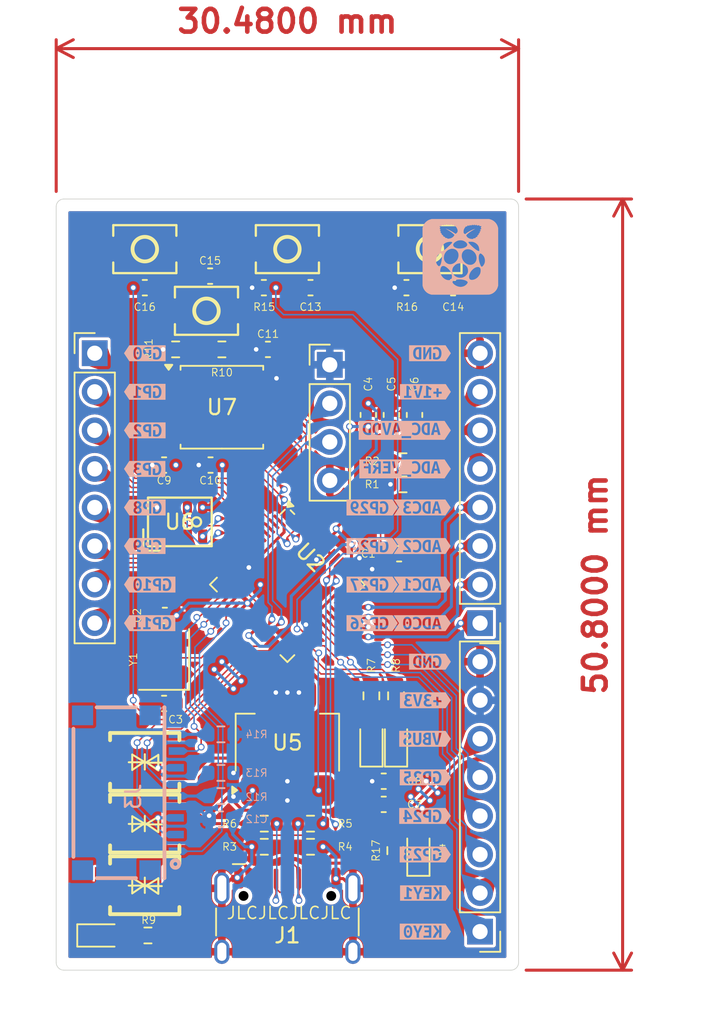
<source format=kicad_pcb>
(kicad_pcb (version 20240108) (generator "pcbnew") (generator_version "8.0")
  (layers (0 "F.Cu" signal) (31 "B.Cu" signal) (34 "B.Paste" user) (35 "F.Paste" user) (36 "B.SilkS" user "B.Silkscreen") (37 "F.SilkS" user "F.Silkscreen") (38 "B.Mask" user) (39 "F.Mask" user) (44 "Edge.Cuts" user))
  (net 0 "")
  (net 1 "/ADC_AVDD")
  (net 2 "GND")
  (net 3 "Net-(U2-XIN)")
  (net 4 "Net-(U2-XOUT)")
  (net 5 "+1V1")
  (net 6 "VBUS")
  (net 7 "+3V3")
  (net 8 "/KEY0")
  (net 9 "/KEY1")
  (net 10 "/~{USB_BOOT}")
  (net 11 "/RUN")
  (net 12 "Net-(D1-A)")
  (net 13 "Net-(D2-A)")
  (net 14 "Net-(D3-A)")
  (net 15 "Net-(D4-A)")
  (net 16 "Net-(J1-D+-PadA6)")
  (net 17 "Net-(J1-D--PadA7)")
  (net 18 "Net-(J1-CC2)")
  (net 19 "Net-(J1-CC1)")
  (net 20 "/SWD")
  (net 21 "/SWCLK")
  (net 22 "/SD_DAT3")
  (net 23 "/SD_CMD")
  (net 24 "/SD_DAT1")
  (net 25 "/SD_CLK")
  (net 26 "/SD_DAT0")
  (net 27 "/SD_DAT4")
  (net 28 "/GPIO9")
  (net 29 "/GPIO11")
  (net 30 "/GPIO10")
  (net 31 "/GPIO3")
  (net 32 "/GPIO8")
  (net 33 "/GPIO2")
  (net 34 "/GPIO1")
  (net 35 "/GPIO0")
  (net 36 "/GPIO23")
  (net 37 "/GPIO25")
  (net 38 "/GPIO24")
  (net 39 "/ADC_VERF")
  (net 40 "/ADC0")
  (net 41 "/ADC2")
  (net 42 "/ADC1")
  (net 43 "/ADC3")
  (net 44 "/DP")
  (net 45 "/DM")
  (net 46 "/LED0")
  (net 47 "/LED1")
  (net 48 "/QSPI_SS")
  (net 49 "/QSPI_SD3")
  (net 50 "/I2S_SD")
  (net 51 "/I2S_SCK")
  (net 52 "/QSPI_SCLK")
  (net 53 "/QSPI_SD0")
  (net 54 "/QSPI_SD1")
  (net 55 "/I2S_CHIPEN")
  (net 56 "/QSPI_SD2")
  (net 57 "/I2S_WS")
  (footprint "LED_SMD:LED_0603_1608Metric_Pad1.05x0.95mm_HandSolder" (layer "F.Cu") (at 145.889 102.66963 90)
    (property "Reference" "D1" (hide yes))
    (property "Value" "LED")
  )
  (footprint "Connector_PinHeader_2.54mm:PinHeader_1x08_P2.54mm_Vertical" (layer "F.Cu") (at 153.051 94.88063 180)
    (property "Reference" "J6" (hide yes))
    (property "Value" "Conn_01x08_Pin")
  )
  (footprint "easyeda2kicad:SMB_L4.5-W3.6-LS5.2-BI" (layer "F.Cu") (at 130.953 108.08863 180)
    (property "Reference" "U3" (hide yes))
    (property "Value" "SMBJ5.0CA")
  )
  (footprint "Capacitor_SMD:C_0603_1608Metric" (layer "F.Cu") (at 132.223 100.17263)
    (property "Reference" "C3")
    (property "Value" "12pf")
  )
  (footprint "Capacitor_SMD:C_0603_1608Metric" (layer "F.Cu") (at 141.875 72.78263)
    (property "Reference" "C13")
    (property "Value" "100nf")
  )
  (footprint "Capacitor_SMD:C_0603_1608Metric" (layer "F.Cu") (at 132.223 84.46663)
    (property "Reference" "C9")
    (property "Value" "0.1uf")
  )
  (footprint "Resistor_SMD:R_0603_1608Metric" (layer "F.Cu") (at 138.827 108.08863 180)
    (property "Reference" "R6")
    (property "Value" "27ohm")
  )
  (footprint "Package_DFN_QFN:QFN-56-1EP_7x7mm_P0.4mm_EP3.2x3.2mm" (layer "F.Cu") (at 140.351 92.34063)
    (property "Reference" "U2")
    (property "Value" "RP2040")
  )
  (footprint "Package_SO:SOIC-8_5.23x5.23mm_P1.27mm" (layer "F.Cu") (at 136.033 80.65663)
    (property "Reference" "U7")
    (property "Value" "W25Q128JVS")
  )
  (footprint "easyeda2kicad:SW-SMD_L4.0-W2.9-LS5.0" (layer "F.Cu") (at 130.953 70.24263 180)
    (property "Reference" "RUN1" (hide yes))
    (property "Value" "TS342A2P-WZ")
  )
  (footprint "Resistor_SMD:R_0603_1608Metric" (layer "F.Cu") (at 141.875 108.08863)
    (property "Reference" "R5")
    (property "Value" "27ohm")
  )
  (footprint "Crystal:Crystal_SMD_3225-4Pin_3.2x2.5mm" (layer "F.Cu") (at 132.223 97.27263 90)
    (property "Reference" "Y1")
    (property "Value" "12M")
  )
  (footprint "Capacitor_SMD:C_0603_1608Metric" (layer "F.Cu") (at 132.273 94.37263 180)
    (property "Reference" "C2")
    (property "Value" "12pf")
  )
  (footprint "Capacitor_SMD:C_0603_1608Metric" (layer "F.Cu") (at 139.068 76.84663)
    (property "Reference" "C11")
    (property "Value" "0.1uf")
  )
  (footprint "Resistor_SMD:R_0603_1608Metric" (layer "F.Cu") (at 147.513 99.66963 -90)
    (property "Reference" "R8")
    (property "Value" "512ohm")
  )
  (footprint "Capacitor_SMD:C_0603_1608Metric" (layer "F.Cu") (at 148.199 72.78263)
    (property "Reference" "R16")
    (property "Value" "10kohm")
  )
  (footprint "easyeda2kicad:SW-SMD_L4.0-W2.9-LS5.0" (layer "F.Cu") (at 149.749 70.24263)
    (property "Reference" "START1" (hide yes))
    (property "Value" "TS342A2P-WZ")
  )
  (footprint "Resistor_SMD:R_0603_1608Metric" (layer "F.Cu") (at 145.889 99.66963 -90)
    (property "Reference" "R7")
    (property "Value" "512ohm")
  )
  (footprint "easyeda2kicad:SMB_L4.5-W3.6-LS5.2-BI" (layer "F.Cu") (at 130.953 104.02463 180)
    (property "Reference" "U1" (hide yes))
    (property "Value" "SMBJ5.0CA")
  )
  (footprint "Resistor_SMD:R_0603_1608Metric" (layer "F.Cu") (at 147.971 85.73663)
    (property "Reference" "R1")
    (property "Value" "200ohm")
  )
  (footprint "easyeda2kicad:LGA-8_L4.0-W3.0-P1.00-BL" (layer "F.Cu") (at 133.263 88.21063)
    (property "Reference" "U6")
    (property "Value" "MSM261S4030H0R")
  )
  (footprint "Resistor_SMD:R_0603_1608Metric" (layer "F.Cu") (at 136.033 76.84663 180)
    (property "Reference" "R10")
    (property "Value" "1.5kohm")
  )
  (footprint "Capacitor_SMD:C_0603_1608Metric" (layer "F.Cu") (at 146.701 105.29463)
    (property "Reference" "C8")
    (property "Value" "0.1uf")
  )
  (footprint "Capacitor_SMD:C_0603_1608Metric" (layer "F.Cu") (at 148.733 81.16463 90)
    (property "Reference" "C6")
    (property "Value" "0.1uf")
  )
  (footprint "easyeda2kicad:SW-SMD_L4.0-W2.9-LS5.0" (layer "F.Cu") (at 135.017 74.30663)
    (property "Reference" "BOOT1" (hide yes))
    (property "Value" "TS342A2P-WZ")
  )
  (footprint "LED_SMD:LED_0603_1608Metric_Pad1.05x0.95mm_HandSolder" (layer "F.Cu") (at 128.159 115.45463)
    (property "Reference" "D3" (hide yes))
    (property "Value" "LED")
  )
  (footprint "Capacitor_SMD:C_0603_1608Metric" (layer "F.Cu") (at 138.801 72.78263)
    (property "Reference" "R15")
    (property "Value" "10kohm")
  )
  (footprint "Capacitor_SMD:C_0603_1608Metric" (layer "F.Cu") (at 151.273 72.78263)
    (property "Reference" "C14")
    (property "Value" "100nf")
  )
  (footprint "Capacitor_SMD:C_0603_1608Metric" (layer "F.Cu") (at 147.209 81.16463 90)
    (property "Reference" "C5")
    (property "Value" "0.1uf")
  )
  (footprint "Connector_USB:USB_C_Receptacle_HCTL_HC-TYPE-C-16P-01A" (layer "F.Cu") (at 140.351 115.45463)
    (property "Reference" "J1")
    (property "Value" "USB_C_Receptacle_USB2.0_16P")
  )
  (footprint "Connector_PinHeader_2.54mm:PinHeader_1x04_P2.54mm_Vertical" (layer "F.Cu") (at 143.145 77.86263)
    (property "Reference" "J2" (hide yes))
    (property "Value" "Conn_01x04_Pin")
  )
  (footprint "easyeda2kicad:SMB_L4.5-W3.6-LS5.2-BI" (layer "F.Cu") (at 130.953 112.15263 180)
    (property "Reference" "U4" (hide yes))
    (property "Value" "SMBJ5.0CA")
  )
  (footprint "Capacitor_SMD:C_0603_1608Metric" (layer "F.Cu") (at 130.953 72.783964 180)
    (property "Reference" "C16")
    (property "Value" "100nf")
  )
  (footprint "Connector_PinHeader_2.54mm:PinHeader_1x08_P2.54mm_Vertical" (layer "F.Cu") (at 127.651 77.10063)
    (property "Reference" "J4" (hide yes))
    (property "Value" "Conn_01x08_Pin")
  )
  (footprint "Capacitor_SMD:C_0603_1608Metric" (layer "F.Cu") (at 135.258 72.02063)
    (property "Reference" "C15")
    (property "Value" "100nf")
  )
  (footprint "Capacitor_SMD:C_0603_1608Metric" (layer "F.Cu") (at 147.717 90.30863)
    (property "Reference" "C1")
    (property "Value" "2.2uf")
  )
  (footprint "Resistor_SMD:R_0603_1608Metric" (layer "F.Cu") (at 147.463 109.86663 90)
    (property "Reference" "R17")
    (property "Value" "512ohm")
  )
  (footprint "Capacitor_SMD:C_0603_1608Metric" (layer "F.Cu") (at 145.685 81.16463 90)
    (property "Reference" "C4")
    (property "Value" "2.2uf")
  )
  (footprint "Resistor_SMD:R_0603_1608Metric" (layer "F.Cu") (at 138.827 109.61263 180)
    (property "Reference" "R3")
    (property "Value" "5.1kohm")
  )
  (footprint "Resistor_SMD:R_0603_1608Metric" (layer "F.Cu") (at 141.875 109.61263)
    (property "Reference" "R4")
    (property "Value" "5.1kohm")
  )
  (footprint "Capacitor_SMD:C_0603_1608Metric" (layer "F.Cu") (at 146.701 106.81863)
    (property "Reference" "C7")
    (property "Value" "0.1uf")
  )
  (footprint "LED_SMD:LED_0603_1608Metric_Pad1.05x0.95mm_HandSolder" (layer "F.Cu") (at 148.987 109.86663 90)
    (property "Reference" "D4")
    (property "Value" "LED")
  )
  (footprint "Capacitor_SMD:C_0603_1608Metric" (layer "F.Cu") (at 135.284 84.46663)
    (property "Reference" "C10")
    (property "Value" "10uf")
  )
  (footprint "Resistor_SMD:R_0603_1608Metric" (layer "F.Cu") (at 132.985 76.84663)
    (property "Reference" "R11")
    (property "Value" "1.5kohm")
  )
  (footprint "Package_TO_SOT_SMD:SOT-223-3_TabPin2" (layer "F.Cu") (at 140.351 102.75463 90)
    (property "Reference" "U5")
    (property "Value" "AMS1117-3.3")
  )
  (footprint "easyeda2kicad:SW-SMD_L4.0-W2.9-LS5.0" (layer "F.Cu") (at 140.351 70.24263)
    (property "Reference" "STOP1" (hide yes))
    (property "Value" "TS342A2P-WZ")
  )
  (footprint "Connector_PinHeader_2.54mm:PinHeader_1x08_P2.54mm_Vertical" (layer "F.Cu") (at 153.051 115.20063 180)
    (property "Reference" "J5" (hide yes))
    (property "Value" "Conn_01x08_Pin")
  )
  (footprint "Resistor_SMD:R_0603_1608Metric" (layer "F.Cu") (at 147.971 84.21263 180)
    (property "Reference" "R2")
    (property "Value" "1ohm")
  )
  (footprint "LED_SMD:LED_0603_1608Metric_Pad1.05x0.95mm_HandSolder" (layer "F.Cu") (at 147.513 102.66963 90)
    (property "Reference" "D2" (hide yes))
    (property "Value" "LED")
  )
  (footprint "Resistor_SMD:R_0603_1608Metric" (layer "F.Cu") (at 131.159 115.45463 180)
    (property "Reference" "R9")
    (property "Value" "512ohm")
  )
  (footprint "kibuzzard-66D863B6" (layer "B.Cu") (at 131.276101 92.34063 180)
    (property "Reference" "kibuzzard-66D863B6" (hide yes))
    (property "Value" "G***" (hide yes))
  )
  (footprint "kibuzzard-66D865A1" (layer "B.Cu") (at 145.939 87.26063 180)
    (property "Reference" "kibuzzard-66D865A1" (hide yes))
    (property "Value" "G***" (hide yes))
  )
  (footprint "kibuzzard-66D86392" (layer "B.Cu") (at 130.951061 82.18063 180)
    (property "Reference" "kibuzzard-66D86392" (hide yes))
    (property "Value" "G***" (hide yes))
  )
  (footprint "kibuzzard-66D86311" (layer "B.Cu") (at 149.749 77.10063 180)
    (property "Reference" "kibuzzard-66D86311" (hide yes))
    (property "Value" "G***" (hide yes))
  )
  (footprint "kibuzzard-66D86450" (layer "B.Cu") (at 149.425252 102.50063 180)
    (property "Reference" "kibuzzard-66D86450" (hide yes))
    (property "Value" "G***" (hide yes))
  )
  (footprint "kibuzzard-66D862BB" (layer "B.Cu") (at 130.953 77.10063 180)
    (property "Reference" "kibuzzard-66D862BB" (hide yes))
    (property "Value" "G***" (hide yes))
  )
  (footprint "kibuzzard-66D86398" (layer "B.Cu") (at 130.943953 84.72063 180)
    (property "Reference" "kibuzzard-66D86398" (hide yes))
    (property "Value" "G***" (hide yes))
  )
  (footprint "kibuzzard-66D863A8" (layer "B.Cu") (at 130.951923 87.26063 180)
    (property "Reference" "kibuzzard-66D863A8" (hide yes))
    (property "Value" "G***" (hide yes))
  )
  (footprint "Resistor_SMD:R_0603_1608Metric" (layer "B.Cu") (at 135.97 106.27063 180)
    (property "Reference" "R12")
    (property "Value" "10k")
  )
  (footprint "Capacitor_SMD:C_0603_1608Metric" (layer "B.Cu") (at 135.97 107.79463)
    (property "Reference" "C12")
    (property "Value" "10uf")
  )
  (footprint "kibuzzard-66D86417" (layer "B.Cu") (at 148.109151 84.72063 180)
    (property "Reference" "kibuzzard-66D86417" (hide yes))
    (property "Value" "G***" (hide yes))
  )
  (footprint "kibuzzard-66D8650E" (layer "B.Cu") (at 149.241 89.80063 180)
    (property "Reference" "kibuzzard-66D8650E" (hide yes))
    (property "Value" "G***" (hide yes))
  )
  (footprint "kibuzzard-66D86595" (layer "B.Cu") (at 145.939 89.80063 180)
    (property "Reference" "kibuzzard-66D86595" (hide yes))
    (property "Value" "G***" (hide yes))
  )
  (footprint "kibuzzard-66D86401" (layer "B.Cu") (at 148.089118 82.18063 180)
    (property "Reference" "kibuzzard-66D86401" (hide yes))
    (property "Value" "G***" (hide yes))
  )
  (footprint "LOGO" (layer "B.Cu") (at 151.781 70.75063 90)
    (property "Reference" "G***" (hide yes))
    (property "Value" "LOGO" (hide yes))
  )
  (footprint "kibuzzard-66D86448" (layer "B.Cu") (at 149.448515 99.96063 180)
    (property "Reference" "kibuzzard-66D86448" (hide yes))
    (property "Value" "G***" (hide yes))
  )
  (footprint "kibuzzard-66D86461" (layer "B.Cu") (at 149.440115 110.12063 180)
    (property "Reference" "kibuzzard-66D86461" (hide yes))
    (property "Value" "G***" (hide yes))
  )
  (footprint "kibuzzard-66D863EF" (layer "B.Cu") (at 149.449161 79.64063 180)
    (property "Reference" "kibuzzard-66D863EF" (hide yes))
    (property "Value" "G***" (hide yes))
  )
  (footprint "kibuzzard-66D86547" (layer "B.Cu") (at 145.939 94.88063 180)
    (property "Reference" "kibuzzard-66D86547" (hide yes))
    (property "Value" "G***" (hide yes))
  )
  (footprint "easyeda2kicad:TF-SMD_TF-123-ARP9H15" (layer "B.Cu") (at 129.937 106.05663 -90)
    (property "Reference" "J3")
    (property "Value" "SD_Card_Device")
  )
  (footprint "Resistor_SMD:R_0603_1608Metric" (layer "B.Cu") (at 135.97 102.20663 180)
    (property "Reference" "R14")
    (property "Value" "10k")
  )
  (footprint "kibuzzard-66D8645B" (layer "B.Cu") (at 149.424606 107.58063 180)
    (property "Reference" "kibuzzard-66D8645B" (hide yes))
    (property "Value" "G***" (hide yes))
  )
  (footprint "kibuzzard-66D86311" (layer "B.Cu") (at 149.749 97.42063 180)
    (property "Reference" "kibuzzard-66D86311" (hide yes))
    (property "Value" "G***" (hide yes))
  )
  (footprint "kibuzzard-66D863AE" (layer "B.Cu") (at 130.948261 89.80063 180)
    (property "Reference" "kibuzzard-66D863AE" (hide yes))
    (property "Value" "G***" (hide yes))
  )
  (footprint "kibuzzard-66D86585" (layer "B.Cu") (at 145.939 92.34063 180)
    (property "Reference" "kibuzzard-66D86585" (hide yes))
    (property "Value" "G***" (hide yes))
  )
  (footprint "kibuzzard-66D8651F" (layer "B.Cu") (at 149.241 94.88063 180)
    (property "Reference" "kibuzzard-66D8651F" (hide yes))
    (property "Value" "G***" (hide yes))
  )
  (footprint "kibuzzard-66D86466" (layer "B.Cu") (at 149.452392 112.66063 180)
    (property "Reference" "kibuzzard-66D86466" (hide yes))
    (property "Value" "G***" (hide yes))
  )
  (footprint "kibuzzard-66D863CD" (layer "B.Cu") (at 131.272224 94.88063 180)
    (property "Reference" "kibuzzard-66D863CD" (hide yes))
    (property "Value" "G***" (hide yes))
  )
  (footprint "kibuzzard-66D864FE" (layer "B.Cu") (at 149.241 87.26063 180)
    (property "Reference" "kibuzzard-66D864FE" (hide yes))
    (property "Value" "G***" (hide yes))
  )
  (footprint "kibuzzard-66D86456" (layer "B.Cu") (at 149.442699 105.04063 180)
    (property "Reference" "kibuzzard-66D86456" (hide yes))
    (property "Value" "G***" (hide yes))
  )
  (footprint "Resistor_SMD:R_0603_1608Metric" (layer "B.Cu") (at 135.97 104.74663)
    (property "Reference" "R13")
    (property "Value" "NC")
  )
  (footprint "kibuzzard-66D8638E" (layer "B.Cu") (at 130.949122 79.64063 180)
    (property "Reference" "kibuzzard-66D8638E" (hide yes))
    (property "Value" "G***" (hide yes))
  )
  (footprint "kibuzzard-66D8646D" (layer "B.Cu") (at 149.442699 115.20063 180)
    (property "Reference" "kibuzzard-66D8646D" (hide yes))
    (property "Value" "G***" (hide yes))
  )
  (footprint "kibuzzard-66D86516" (layer "B.Cu") (at 149.241 92.34063 180)
    (property "Reference" "kibuzzard-66D86516" (hide yes))
    (property "Value" "G***" (hide yes))
  )
  (gr_line (start 125.111 117.23263) (end 125.111 67.44863) (stroke (width 0.05)) (layer "Edge.Cuts"))
  (gr_arc (start 155.083 66.94063) (mid 155.4422 67.089422) (end 155.591 67.44863) (stroke (width 0.05)) (layer "Edge.Cuts"))
  (gr_line (start 155.591 67.44863) (end 155.591 117.23263) (stroke (width 0.05)) (layer "Edge.Cuts"))
  (gr_arc (start 125.619 117.74063) (mid 125.259779 117.591842) (end 125.111 117.23263) (stroke (width 0.05)) (layer "Edge.Cuts"))
  (gr_line (start 125.619 66.94063) (end 155.083 66.94063) (stroke (width 0.05)) (layer "Edge.Cuts"))
  (gr_arc (start 155.591 117.23263) (mid 155.4422 117.591821) (end 155.083 117.74063) (stroke (width 0.05)) (layer "Edge.Cuts"))
  (gr_line (start 155.083 117.74063) (end 125.619 117.74063) (stroke (width 0.05)) (layer "Edge.Cuts"))
  (gr_arc (start 125.111 67.44863) (mid 125.259779 67.0894) (end 125.619 66.94063) (stroke (width 0.05)) (layer "Edge.Cuts"))
  (gr_text "JLCJLCJLCJLC" (at 136.287 114.43863 0) (layer "F.SilkS") (effects (font (size 0.8 0.8) (thickness 0.1)) (justify left bottom)))
  (dimension (type aligned) (layer "F.Cu") (pts (xy 155.591 66.94063) (xy 125.111 66.94063)) (height 9.906) (gr_text "30.4800 mm" (at 140.351 55.23463 0) (layer "F.Cu") (effects (font (size 1.5 1.5) (thickness 0.3)))) (format (prefix "") (suffix "") (units 3) (units_format 1) (precision 4)) (style (thickness 0.2) (arrow_length 1.27) (text_position_mode 0) (extension_height 0.58642) (extension_offset 0.5) keep_text_aligned))
  (dimension (type aligned) (layer "F.Cu") (pts (xy 155.591 66.94063) (xy 155.591 117.74063)) (height -6.858) (gr_text "50.8000 mm" (at 160.649 92.34063 90) (layer "F.Cu") (effects (font (size 1.5 1.5) (thickness 0.3)))) (format (prefix "") (suffix "") (units 3) (units_format 1) (precision 4)) (style (thickness 0.2) (arrow_length 1.27) (text_position_mode 0) (extension_height 0.58642) (extension_offset 0.5) keep_text_aligned))
  (segment (start 147.146 84.21263) (end 147.679062 84.21263) (width 0.1) (layer "F.Cu") (net 1))
  (segment (start 146.942 90.30863) (end 146.059956 90.30863) (width 0.1) (layer "F.Cu") (net 1))
  (segment (start 152.797 82.43463) (end 153.051 82.18063) (width 0.1) (layer "F.Cu") (net 1))
  (segment (start 149.457062 82.43463) (end 152.797 82.43463) (width 0.1) (layer "F.Cu") (net 1))
  (segment (start 146.059956 90.30863) (end 144.620157 91.748429) (width 0.1) (layer "F.Cu") (net 1))
  (segment (start 147.679062 84.21263) (end 149.457062 82.43463) (width 0.1) (layer "F.Cu") (net 1))
  (segment (start 146.942 90.30863) (end 146.496 89.86263) (width 0.1) (layer "F.Cu") (net 1))
  (segment (start 146.496 84.86263) (end 147.146 84.21263) (width 0.1) (layer "F.Cu") (net 1))
  (segment (start 146.496 89.86263) (end 146.496 84.86263) (width 0.1) (layer "F.Cu") (net 1))
  (segment (start 137.049 111.64463) (end 136.984 111.70963) (width 0.2) (layer "F.Cu") (net 2))
  (segment (start 144.031 111.70963) (end 144.671 112.34963) (width 0.2) (layer "F.Cu") (net 2))
  (segment (start 137.715265 93.562151) (end 137.213214 94.064202) (width 0.2) (layer "F.Cu") (net 2))
  (segment (start 136.059 84.46663) (end 135.159 83.56663) (width 0.2) (layer "F.Cu") (net 2))
  (segment (start 144.671 112.34963) (end 144.671 116.52963) (width 0.2) (layer "F.Cu") (net 2))
  (segment (start 136.031 112.34963) (end 136.031 116.52963) (width 0.2) (layer "F.Cu") (net 2))
  (segment (start 144.671 116.52963) (end 136.031 116.52963) (width 0.2) (layer "F.Cu") (net 2))
  (segment (start 133.073 94.39763) (end 133.048 94.37263) (width 0.2) (layer "F.Cu") (net 2))
  (segment (start 135.159 83.56663) (end 133.898 83.56663) (width 0.2) (layer "F.Cu") (net 2))
  (segment (start 137.049 111.64463) (end 137.114 111.70963) (width 0.2) (layer "F.Cu") (net 2))
  (segment (start 131.448 100.17263) (end 131.448 98.44763) (width 0.2) (layer "F.Cu") (net 2))
  (segment (start 131.448 98.44763) (end 131.373 98.37263) (width 0.2) (layer "F.Cu") (net 2))
  (segment (start 133.898 83.56663) (end 132.998 84.46663) (width 0.2) (layer "F.Cu") (net 2))
  (segment (start 137.114 111.70963) (end 137.151 111.70963) (width 0.2) (layer "F.Cu") (net 2))
  (segment (start 143.551 111.70963) (end 144.031 111.70963) (width 0.2) (layer "F.Cu") (net 2))
  (segment (start 133.073 96.17263) (end 133.073 94.39763) (width 0.2) (layer "F.Cu") (net 2))
  (segment (start 136.671 111.70963) (end 136.031 112.34963) (width 0.2) (layer "F.Cu") (net 2))
  (segment (start 136.984 111.70963) (end 136.671 111.70963) (width 0.2) (layer "F.Cu") (net 2))
  (segment (start 137.715265 93.562149) (end 137.715265 93.562151) (width 0.2) (layer "F.Cu") (net 2))
  (via (at 136.795 104.74663) (size 0.45) (drill 0.3) (layers "F.Cu" "B.Cu") (net 2))
  (via (at 142.7 109.61263) (size 0.45) (drill 0.3) (layers "F.Cu" "B.Cu") (net 2))
  (via (at 137.303 98.69063) (size 0.45) (drill 0.3) (layers "F.Cu" "B.Cu") (net 2))
  (via (at 149.241 107.07263) (size 0.45) (drill 0.3) (layers "F.Cu" "B.Cu") (net 2))
  (via (at 150.257 106.05663) (size 0.45) (drill 0.3) (layers "F.Cu" "B.Cu") (net 2))
  (via (at 133.048 94.37263) (size 0.45) (drill 0.3) (layers "F.Cu" "B.Cu") (net 2))
  (via (at 148.479 106.31063) (size 0.45) (drill 0.3) (layers "F.Cu" "B.Cu") (net 2))
  (via (at 131.817998 104.40663) (size 0.45) (drill 0.3) (layers "F.Cu" "B.Cu") (net 2))
  (via (at 138.051 105.90463) (size 0.45) (drill 0.3) (layers "F.Cu" "B.Cu") (net 2))
  (via (at 143.551 111.70963) (size 0.45) (drill 0.3) (layers "F.Cu" "B.Cu") (net 2))
  (via (at 132.998 84.46663) (size 0.45) (drill 0.3) (layers "F.Cu" "B.Cu") (net 2))
  (via (at 137.715265 93.562149) (size 0.45) (drill 0.3) (layers "F.Cu" "B.Cu") (net 2))
  (via (at 148.987 105.80263) (size 0.45) (drill 0.3) (layers "F.Cu" "B.Cu") (net 2))
  (via (at 149.495 105.29463) (size 0.45) (drill 0.3) (layers "F.Cu" "B.Cu") (net 2))
  (via (at 131.817998 107.70663) (size 0.45) (drill 0.3) (layers "F.Cu" "B.Cu") (net 2))
  (via (at 145.685 80.40263) (size 0.45) (drill 0.3) (layers "F.Cu" "B.Cu") (net 2))
  (via (at 136.795 99.19863) (size 0.45) (drill 0.3) (layers "F.Cu" "B.Cu") (net 2))
  (via (at 138.573 92.34063) (size 0.45) (drill 0.3) (layers "F.Cu" "B.Cu") (net 2))
  (via (at 136.059 84.46663) (size 0.45) (drill 0.3) (layers "F.Cu" "B.Cu") (net 2))
  (via (at 134.763 87.26063) (size 0.45) (drill 0.3) (layers "F.Cu" "B.Cu") (net 2))
  (via (at 149.749 106.56463) (size 0.45) (drill 0.3) (layers "F.Cu" "B.Cu") (net 2))
  (via (at 135.525 97.92863) (size 0.45) (drill 0.3) (layers "F.Cu" "B.Cu") (net 2))
  (via (at 137.049 111.64463) (size 0.45) (drill 0.3) (layers "F.Cu" "B.Cu") (net 2))
  (via (at 136.033 97.42063) (size 0.45) (drill 0.3) (layers "F.Cu" "B.Cu") (net 2))
  (via (at 138.002 109.61263) (size 0.45) (drill 0.3) (layers "F.Cu" "B.Cu") (net 2))
  (segment (start 138.573 92.34063) (end 138.573 92.704414) (width 0.2) (layer "B.Cu") (net 2))
  (segment (start 136.059 86.47263) (end 135.271 87.26063) (width 0.2) (layer "B.Cu") (net 2))
  (segment (start 138.573 92.704414) (end 137.715265 93.562149) (width 0.2) (layer "B.Cu") (net 2))
  (segment (start 143.551 110.27263) (end 143.551 111.70963) (width 0.2) (layer "B.Cu") (net 2))
  (segment (start 150.257 106.05663) (end 149.495 105.29463) (width 0.2) (layer "B.Cu") (net 2))
  (segment (start 136.033 97.42063) (end 137.303 98.69063) (width 0.2) (layer "B.Cu") (net 2))
  (segment (start 138.051 105.90463) (end 138.051 106.48863) (width 0.2) (layer "B.Cu") (net 2))
  (segment (start 137.715265 93.562149) (end 137.715264 93.56215) (width 0.2) (layer "B.Cu") (net 2))
  (segment (start 136.059 84.46663) (end 136.059 86.47263) (width 0.2) (layer "B.Cu") (net 2))
  (segment (start 142.7 109.61263) (end 142.891 109.61263) (width 0.2) (layer "B.Cu") (net 2))
  (segment (start 138.051 106.48863) (end 136.745 107.79463) (width 0.2) (layer "B.Cu") (net 2))
  (segment (start 131.817998 104.40663) (end 133.027 104.40663) (width 0.2) (layer "B.Cu") (net 2))
  (segment (start 144.161 85.48263) (end 146.21 83.43363) (width 0.2) (layer "B.Cu") (net 2))
  (segment (start 143.145 85.48263) (end 144.161 85.48263) (width 0.2) (layer "B.Cu") (net 2))
  (segment (start 146.21 83.43363) (end 146.21 80.92763) (width 0.2) (layer "B.Cu") (net 2))
  (segment (start 138.002 110.69163) (end 138.002 109.61263) (width 0.2) (layer "B.Cu") (net 2))
  (segment (start 146.21 80.92763) (end 145.685 80.40263) (width 0.2) (layer "B.Cu") (net 2))
  (segment (start 136.795 99.19863) (end 135.525 97.92863) (width 0.2) (layer "B.Cu") (net 2))
  (segment (start 131.817998 107.70663) (end 133.027 107.70663) (width 0.2) (layer "B.Cu") (net 2))
  (segment (start 137.049 111.64463) (end 138.002 110.69163) (width 0.2) (layer "B.Cu") (net 2))
  (segment (start 138.002 109.61263) (end 137.557 109.61263) (width 0.2) (layer "B.Cu") (net 2))
  (segment (start 137.715264 93.56215) (end 133.85848 93.56215) (width 0.2) (layer "B.Cu") (net 2))
  (segment (start 149.241 107.07263) (end 148.479 106.31063) (width 0.2) (layer "B.Cu") (net 2))
  (segment (start 137.557 109.61263) (end 136.745 108.80063) (width 0.2) (layer "B.Cu") (net 2))
  (segment (start 133.85848 93.56215) (end 133.048 94.37263) (width 0.2) (layer "B.Cu") (net 2))
  (segment (start 142.891 109.61263) (end 143.551 110.27263) (width 0.2) (layer "B.Cu") (net 2))
  (segment (start 149.749 106.56463) (end 148.987 105.80263) (width 0.2) (layer "B.Cu") (net 2))
  (segment (start 136.745 108.80063) (end 136.745 107.79463) (width 0.2) (layer "B.Cu") (net 2))
  (segment (start 135.271 87.26063) (end 134.763 87.26063) (width 0.2) (layer "B.Cu") (net 2))
  (segment (start 137.496057 94.347045) (end 134.676472 97.16663) (width 0.1) (layer "F.Cu") (net 3))
  (segment (start 131.498 94.37263) (end 131.498 96.04763) (width 0.1) (layer "F.Cu") (net 3))
  (segment (start 132.367 97.16663) (end 131.373 96.17263) (width 0.1) (layer "F.Cu") (net 3))
  (segment (start 134.676472 97.16663) (end 132.367 97.16663) (width 0.1) (layer "F.Cu") (net 3))
  (segment (start 137.168561 94.674541) (end 137.496057 94.347045) (width 0.1) (layer "F.Cu") (net 3))
  (segment (start 133.073 98.37263) (end 133.073 100.09763) (width 0.1) (layer "F.Cu") (net 4))
  (segment (start 134.036158 98.37263) (end 133.073 98.37263) (width 0.1) (layer "F.Cu") (net 4))
  (segment (start 137.7789 94.629888) (end 134.036158 98.37263) (width 0.1) (layer "F.Cu") (net 4))
  (segment (start 150.752 81.93963) (end 148.733 81.93963) (width 0.2) (layer "F.Cu") (net 5))
  (segment (start 143.564614 88.667398) (end 143.564614 88.619016) (width 0.2) (layer "F.Cu") (net 5))
  (segment (start 143.564614 88.667398) (end 143.564614 88.84417) (width 0.2) (layer "F.Cu") (net 5))
  (segment (start 145.685 81.93963) (end 147.209 81.93963) (width 0.2) (layer "F.Cu") (net 5))
  (segment (start 153.051 79.64063) (end 150.752 81.93963) (width 0.2) (layer "F.Cu") (net 5))
  (segment (start 148.733 81.93963) (end 147.209 81.93963) (width 0.2) (layer "F.Cu") (net 5))
  (segment (start 144.575496 90.661718) (end 144.054471 91.182743) (width 0.2) (layer "F.Cu") (net 5))
  (segment (start 137.842461 95.697697) (end 138.344585 95.195573) (width 0.2) (layer "F.Cu") (net 5))
  (segment (start 143.564614 88.619016) (end 144.448 87.73563) (width 0.2) (layer "F.Cu") (net 5))
  (segment (start 144.448 87.73563) (end 144.448 81.92663) (width 0.2) (layer "F.Cu") (net 5))
  (segment (start 144.575496 89.707126) (end 144.575496 90.661718) (width 0.2) (layer "F.Cu") (net 5))
  (segment (start 137.805293 95.697697) (end 137.842461 95.697697) (width 0.2) (layer "F.Cu") (net 5))
  (segment (start 143.564614 88.84417) (end 142.640256 89.768528) (width 0.2) (layer "F.Cu") (net 5))
  (via (at 137.805293 95.697697) (size 0.45) (drill 0.3) (layers "F.Cu" "B.Cu") (net 5))
  (via (at 145.685 81.92663) (size 0.45) (drill 0.3) (layers "F.Cu" "B.Cu") (net 5))
  (via (at 144.448 81.92663) (size 0.45) (drill 0.3) (layers "F.Cu" "B.Cu") (net 5))
  (via (at 143.564614 88.667398) (size 0.45) (drill 0.3) (layers "F.Cu" "B.Cu") (net 5))
  (via (at 144.575496 89.707126) (size 0.45) (drill 0.3) (layers "F.Cu" "B.Cu") (net 5))
  (segment (start 143.564614 88.696244) (end 143.564614 88.667398) (width 0.2) (layer "B.Cu") (net 5))
  (segment (start 140.605 94.907159) (end 139.107529 96.40463) (width 0.2) (layer "B.Cu") (net 5))
  (segment (start 139.107529 96.40463) (end 138.512226 96.40463) (width 0.2) (layer "B.Cu") (net 5))
  (segment (start 144.448 81.92663) (end 145.685 81.92663) (width 0.2) (layer "B.Cu") (net 5))
  (segment (start 140.605 93.10263) (end 140.605 94.907159) (width 0.2) (layer "B.Cu") (net 5))
  (segment (start 144.575496 89.707126) (end 144.000504 89.707126) (width 0.2) (layer "B.Cu") (net 5))
  (segment (start 144.000504 89.707126) (end 140.605 93.10263) (width 0.2) (layer "B.Cu") (net 5))
  (segment (start 144.575496 89.707126) (end 143.564614 88.696244) (width 0.2) (layer "B.Cu") (net 5))
  (segment (start 138.512226 96.40463) (end 137.805293 95.697697) (width 0.2) (layer "B.Cu") (net 5))
  (segment (start 134.767 110.62863) (end 137.360552 110.62863) (width 0.2) (layer "F.Cu") (net 6))
  (segment (start 153.051 102.50063) (end 147.958 107.59363) (width 0.2) (layer "F.Cu") (net 6))
  (segment (start 145.012 105.90463) (end 145.926 106.81863) (width 0.2) (layer "F.Cu") (net 6))
  (segment (start 141.508887 96.044101) (end 142.309935 96.845149) (width 0.1) (layer "F.Cu") (net 6))
  (segment (start 137.951 112.29263) (end 139.335 113.67663) (width 0.2) (layer "F.Cu") (net 6))
  (segment (start 143.119001 110.69163) (end 142.751 111.059631) (width 0.2) (layer "F.Cu") (net 6))
  (segment (start 145.939 110.69163) (end 143.119001 110.69163) (width 0.2) (layer "F.Cu") (net 6))
  (segment (start 133.243 112.15263) (end 134.767 110.62863) (width 0.2) (layer "F.Cu") (net 6))
  (segment (start 137.360552 110.62863) (end 137.951 111.219078) (width 0.2) (layer "F.Cu") (net 6))
  (segment (start 142.751 111.059631) (end 142.751 111.70963) (width 0.2) (layer "F.Cu") (net 6))
  (segment (start 147.463 110.69163) (end 145.926 109.15463) (width 0.2) (layer "F.Cu") (net 6))
  (segment (start 137.951 111.70963) (end 137.951 112.29263) (width 0.2) (layer "F.Cu") (net 6))
  (segment (start 133.243 114.19563) (end 131.984 115.45463) (width 0.2) (layer "F.Cu") (net 6))
  (segment (start 142.651 105.90463) (end 145.012 105.90463) (width 0.2) (layer "F.Cu") (net 6))
  (segment (start 142.309935 96.845149) (end 142.416001 96.845149) (width 0.1) (layer "F.Cu") (net 6))
  (segment (start 142.751 112.385036) (end 142.751 111.70963) (width 0.2) (layer "F.Cu") (net 6))
  (segment (start 145.926 109.15463) (end 145.926 106.81863) (width 0.2) (layer "F.Cu") (net 6))
  (segment (start 145.926 110.67863) (end 145.939 110.69163) (width 0.2) (layer "F.Cu") (net 6))
  (segment (start 139.335 113.67663) (end 141.459406 113.67663) (width 0.2) (layer "F.Cu") (net 6))
  (segment (start 147.958 107.59363) (end 146.701 107.59363) (width 0.2) (layer "F.Cu") (net 6))
  (segment (start 146.701 107.59363) (end 145.926 106.81863) (width 0.2) (layer "F.Cu") (net 6))
  (segment (start 133.243 112.15263) (end 133.243 114.19563) (width 0.2) (layer "F.Cu") (net 6))
  (segment (start 147.209 110.69163) (end 145.939 110.69163) (width 0.2) (layer "F.Cu") (net 6))
  (segment (start 141.459406 113.67663) (end 142.751 112.385036) (width 0.2) (layer "F.Cu") (net 6))
  (via (at 142.416001 96.845149) (size 0.45) (drill 0.3) (layers "F.Cu" "B.Cu") (net 6))
  (via (at 142.416 105.90463) (size 0.45) (drill 0.3) (layers "F.Cu" "B.Cu") (net 6))
  (segment (start 142.416 105.90463) (end 142.383 105.87163) (width 0.1) (layer "B.Cu") (net 6))
  (segment (start 142.383 105.87163) (end 142.383 96.87815) (width 0.1) (layer "B.Cu") (net 6))
  (segment (start 142.383 96.87815) (end 142.416001 96.845149) (width 0.1) (layer "B.Cu") (net 6))
  (segment (start 138.389239 94.585233) (end 138.389239 93.564371) (width 0.1) (layer "F.Cu") (net 7))
  (segment (start 144.242663 92.555335) (end 144.620157 92.932831) (width 0.2) (layer "F.Cu") (net 7))
  (segment (start 137.396406 107.20463) (end 136.795 106.603224) (width 0.2) (layer "F.Cu") (net 7))
  (segment (start 135.195 107.56363) (end 136.448 106.31063) (width 0.2) (layer "F.Cu") (net 7))
  (segment (start 136.795 106.603224) (end 136.795 106.31063) (width 0.2) (layer "F.Cu") (net 7))
  (segment (start 143.205943 90.334215) (end 142.923102 90.051374) (width 0.2) (layer "F.Cu") (net 7))
  (segment (start 140.351 106.56463) (end 139.711 107.20463) (width 0.2) (layer "F.Cu") (net 7))
  (segment (start 140.136295 88.889549) (end 137.811 91.214844) (width 0.2) (layer "F.Cu") (net 7))
  (segment (start 143.205943 90.334215) (end 142.84076 90.699398) (width 0.2) (layer "F.Cu") (net 7))
  (segment (start 144.337314 91.465586) (end 145.100496 90.702404) (width 0.2) (layer "F.Cu") (net 7))
  (segment (start 137.811 91.214844) (end 137.213214 90.617058) (width 0.1) (layer "F.Cu") (net 7))
  (segment (start 143.954669 92.555335) (end 144.242663 92.555335) (width 0.2) (layer "F.Cu") (net 7))
  (segment (start 141.57252 94.937484) (end 143.954669 92.555335) (width 0.2) (layer "F.Cu") (net 7))
  (segment (start 142.074572 95.478416) (end 141.572521 94.976365) (width 0.1) (layer "F.Cu") (net 7))
  (segment (start 137.811 92.986132) (end 137.811 91.214844) (width 0.1) (layer "F.Cu") (net 7))
  (segment (start 145.939 91.32463) (end 145.939 91.613988) (width 0.2) (layer "F.Cu") (net 7))
  (segment (start 140.136295 88.448967) (end 140.136295 88.889549) (width 0.2) (layer "F.Cu") (net 7))
  (segment (start 138.389239 93.564371) (end 137.811 92.986132) (width 0.1) (layer "F.Cu") (net 7))
  (segment (start 141.572521 94.976365) (end 141.57252 94.976365) (width 0.1) (layer "F.Cu") (net 7))
  (segment (start 139.711 107.20463) (end 137.396406 107.20463) (width 0.2) (layer "F.Cu") (net 7))
  (segment (start 145.100496 90.702404) (end 145.100496 90.596339) (width 0.2) (layer "F.Cu") (net 7))
  (segment (start 136.448 106.31063) (end 136.795 106.31063) (width 0.2) (layer "F.Cu") (net 7))
  (segment (start 141.57252 94.976365) (end 141.57252 94.937484) (width 0.2) (layer "F.Cu") (net 7))
  (segment (start 142.84076 90.699398) (end 142.265768 90.699398) (width 0.2) (layer "F.Cu") (net 7))
  (segment (start 139.758799 88.071473) (end 140.136295 88.448967) (width 0.2) (layer "F.Cu") (net 7))
  (segment (start 145.939 91.613988) (end 144.620157 92.932831) (width 0.2) (layer "F.Cu") (net 7))
  (segment (start 138.061742 94.91273) (end 138.389239 94.585233) (width 0.1) (layer "F.Cu") (net 7))
  (via (at 132.16 76.84663) (size 0.45) (drill 0.3) (layers "F.Cu" "B.Cu") (net 7))
  (via (at 137.811 91.214844) (size 0.45) (drill 0.3) (layers "F.Cu" "B.Cu") (net 7))
  (via (at 137.811 91.214844) (size 0.45) (drill 0.3) (layers "F.Cu" "B.Cu") (net 7))
  (via (at 131.448 84.46663) (size 0.45) (drill 0.3) (layers "F.Cu" "B.Cu") (net 7))
  (via (at 140.351 99.45263) (size 0.45) (drill 0.3) (layers "F.Cu" "B.Cu") (net 7))
  (via (at 147.146 85.73663) (size 0.45) (drill 0.3) (layers "F.Cu" "B.Cu") (net 7))
  (via (at 136.795 106.31063) (size 0.45) (drill 0.3) (layers "F.Cu" "B.Cu") (net 7))
  (via (at 141.113 99.45263) (size 0.45) (drill 0.3) (layers "F.Cu" "B.Cu") (net 7))
  (via (at 142.265768 90.699398) (size 0.45) (drill 0.3) (layers "F.Cu" "B.Cu") (net 7))
  (via (at 140.351 105.29463) (size 0.45) (drill 0.3) (layers "F.Cu" "B.Cu") (net 7))
  (via (at 131.763 87.26063) (size 0.45) (drill 0.3) (layers "F.Cu" "B.Cu") (net 7))
  (via (at 138.026 72.78263) (size 0.45) (drill 0.3) (layers "F.Cu" "B.Cu") (net 7))
  (via (at 138.293 76.84663) (size 0.45) (drill 0.3) (layers "F.Cu" "B.Cu") (net 7))
  (via (at 135.195 107.56363) (size 0.45) (drill 0.3) (layers "F.Cu" "B.Cu") (net 7))
  (via (at 141.57252 94.976365) (size 0.45) (drill 0.3) (layers "F.Cu" "B.Cu") (net 7))
  (via (at 145.939 91.32463) (size 0.45) (drill 0.3) (layers "F.Cu" "B.Cu") (net 7))
  (via (at 145.939 105.29463) (size 0.45) (drill 0.3) (layers "F.Cu" "B.Cu") (net 7))
  (via (at 134.509 84.46663) (size 0.45) (drill 0.3) (layers "F.Cu" "B.Cu") (net 7))
  (via (at 147.424 72.78263) (size 0.45) (drill 0.3) (layers "F.Cu" "B.Cu") (net 7))
  (via (at 140.351 106.56463) (size 0.45) (drill 0.3) (layers "F.Cu" "B.Cu") (net 7))
  (via (at 139.633 78.75163) (size 0.6) (drill 0.3) (layers "F.Cu" "B.Cu") (net 7))
  (via (at 145.100496 90.596339) (size 0.45) (drill 0.3) (layers "F.Cu" "B.Cu") (net 7))
  (via (at 139.589 99.45263) (size 0.45) (drill 0.3) (layers "F.Cu" "B.Cu") (net 7))
  (segment (start 145.210709 90.596339) (end 145.939 91.32463) (width 0.2) (layer "B.Cu") (net 7))
  (segment (start 135.195 107.79463) (end 134.357 106.95663) (width 0.2) (layer "B.Cu") (net 7))
  (segment (start 136.795 106.27063) (end 136.795 106.31063) (width 0.2) (layer "B.Cu") (net 7))
  (segment (start 142.719537 108.85063) (end 140.351 106.482093) (width 0.2) (layer "B.Cu") (net 7))
  (segment (start 145.100496 90.596339) (end 145.210709 90.596339) (width 0.2) (layer "B.Cu") (net 7))
  (segment (start 143.548564 108.85063) (end 142.719537 108.85063) (width 0.2) (layer "B.Cu") (net 7))
  (segment (start 134.357 106.95663) (end 133.027 106.95663) (width 0.2) (layer "B.Cu") (net 7))
  (segment (start 145.939 106.460194) (end 143.548564 108.85063) (width 0.2) (layer "B.Cu") (net 7))
  (segment (start 145.939 105.29463) (end 145.939 106.460194) (width 0.2) (layer "B.Cu") (net 7))
  (segment (start 140.351 106.482093) (end 140.351 105.29463) (width 0.2) (layer "B.Cu") (net 7))
  (segment (start 141.79173 95.761259) (end 141.481835 95.451364) (width 0.1) (layer "F.Cu") (net 8))
  (segment (start 141.375768 95.451364) (end 141.188728 95.264324) (width 0.1) (layer "F.Cu") (net 8))
  (segment (start 141.1 72.78263) (end 139.576 72.78263) (width 0.1) (layer "F.Cu") (net 8))
  (segment (start 143.859405 97.45363) (end 142.775924 96.370149) (width 0.1) (layer "F.Cu") (net 8))
  (segment (start 141.481835 95.451364) (end 141.375768 95.451364) (width 0.1) (layer "F.Cu") (net 8))
  (segment (start 138.311 71.51763) (end 139.576 72.78263) (width 0.1) (layer "F.Cu") (net 8))
  (segment (start 142.40062 96.370149) (end 141.79173 95.761259) (width 0.1) (layer "F.Cu") (net 8))
  (segment (start 141.188728 95.264324) (end 140.989785 95.264324) (width 0.1) (layer "F.Cu") (net 8))
  (segment (start 138.311 70.24263) (end 138.311 71.51763) (width 0.1) (layer "F.Cu") (net 8))
  (segment (start 142.775924 96.370149) (end 142.40062 96.370149) (width 0.1) (layer "F.Cu") (net 8))
  (via (at 143.859405 97.45363) (size 0.45) (drill 0.3) (layers "F.Cu" "B.Cu") (net 8))
  (via (at 139.589 72.78263) (size 0.45) (drill 0.3) (layers "F.Cu" "B.Cu") (net 8))
  (via (at 140.989785 95.264324) (size 0.45) (drill 0.3) (layers "F.Cu" "B.Cu") (net 8))
  (segment (start 147.621 77.51263) (end 144.669 74.56063) (width 0.1) (layer "B.Cu") (net 8))
  (segment (start 147.621 88.790382) (end 147.621 77.51263) (width 0.1) (layer "B.Cu") (net 8))
  (segment (start 150.581 100.03063) (end 150.581 103.505686) (width 0.1) (layer "B.Cu") (net 8))
  (segment (start 145.718 89.25963) (end 147.151752 89.25963) (width 0.1) (layer "B.Cu") (net 8))
  (segment (start 151.527 113.67663) (end 153.051 115.20063) (width 0.1) (layer "B.Cu") (net 8))
  (segment (start 140.989785 95.264324) (end 140.989785 93.319122) (width 0.1) (layer "B.Cu") (net 8))
  (segment (start 151.051 103.975686) (end 151.051 107.984793) (width 0.1) (layer "B.Cu") (net 8))
  (segment (start 151.051 107.984793) (end 151.527 108.460793) (width 0.1) (layer "B.Cu") (net 8))
  (segment (start 147.151752 89.25963) (end 147.621 88.790382) (width 0.1) (layer "B.Cu") (net 8))
  (segment (start 151.527 108.460793) (end 151.527 113.67663) (width 0.1) (layer "B.Cu") (net 8))
  (segment (start 139.589 74.05263) (end 139.589 72.78263) (width 0.1) (layer "B.Cu") (net 8))
  (segment (start 148.989792 98.439422) (end 150.581 100.03063) (width 0.1) (layer "B.Cu") (net 8))
  (segment (start 144.823446 98.439422) (end 148.989792 98.439422) (width 0.1) (layer "B.Cu") (net 8))
  (segment (start 143.859405 97.475381) (end 144.823446 98.439422) (width 0.1) (layer "B.Cu") (net 8))
  (segment (start 150.581 103.505686) (end 151.051 103.975686) (width 0.1) (layer "B.Cu") (net 8))
  (segment (start 144.669 74.56063) (end 140.097 74.56063) (width 0.1) (layer "B.Cu") (net 8))
  (segment (start 144.669 90.30863) (end 145.718 89.25963) (width 0.1) (layer "B.Cu") (net 8))
  (segment (start 140.097 74.56063) (end 139.589 74.05263) (width 0.1) (layer "B.Cu") (net 8))
  (segment (start 143.859405 97.45363) (end 143.859405 97.475381) (width 0.1) (layer "B.Cu") (net 8))
  (segment (start 144.000277 90.30863) (end 144.669 90.30863) (width 0.1) (layer "B.Cu") (net 8))
  (segment (start 140.989785 93.319122) (end 144.000277 90.30863) (width 0.1) (layer "B.Cu") (net 8))
  (segment (start 147.709 70.24263) (end 147.709 71.51763) (width 0.1) (layer "F.Cu") (net 9))
  (segment (start 144.509407 97.453631) (end 144.509407 97.347565) (width 0.1) (layer "F.Cu") (net 9))
  (segment (start 154.151 111.56063) (end 153.051 112.66063) (width 0.1) (layer "F.Cu") (net 9))
  (segment (start 150.288635 72.78263) (end 154.151 76.644995) (width 0.1) (layer "F.Cu") (net 9))
  (segment (start 144.509407 97.347565) (end 142.357415 95.195573) (width 0.1) (layer "F.Cu") (net 9))
  (segment (start 148.974 72.78263) (end 150.288635 72.78263) (width 0.1) (layer "F.Cu") (net 9))
  (segment (start 147.709 71.51763) (end 148.974 72.78263) (width 0.1) (layer "F.Cu") (net 9))
  (segment (start 148.974 72.78263) (end 150.498 72.78263) (width 0.1) (layer "F.Cu") (net 9))
  (segment (start 154.151 76.644995) (end 154.151 111.56063) (width 0.1) (layer "F.Cu") (net 9))
  (via (at 144.509407 97.453631) (size 0.45) (drill 0.3) (layers "F.Cu" "B.Cu") (net 9))
  (segment (start 151.827 108.336529) (end 151.827 111.43663) (width 0.1) (layer "B.Cu") (net 9))
  (segment (start 151.827 111.43663) (end 153.051 112.66063) (width 0.1) (layer "B.Cu") (net 9))
  (segment (start 149.114056 98.139422) (end 150.881 99.906366) (width 0.1) (layer "B.Cu") (net 9))
  (segment (start 151.351 103.851422) (end 151.351 107.860529) (width 0.1) (layer "B.Cu") (net 9))
  (segment (start 151.351 107.860529) (end 151.827 108.336529) (width 0.1) (layer "B.Cu") (net 9))
  (segment (start 145.195198 98.139422) (end 149.114056 98.139422) (width 0.1) (layer "B.Cu") (net 9))
  (segment (start 150.881 99.906366) (end 150.881 103.381422) (width 0.1) (layer "B.Cu") (net 9))
  (segment (start 150.881 103.381422) (end 151.351 103.851422) (width 0.1) (layer "B.Cu") (net 9))
  (segment (start 144.509407 97.453631) (end 145.195198 98.139422) (width 0.1) (layer "B.Cu") (net 9))
  (segment (start 136.033 72.02063) (end 136.033 73.28263) (width 0.1) (layer "F.Cu") (net 10))
  (segment (start 137.057 74.30663) (end 137.057 76.64763) (width 0.1) (layer "F.Cu") (net 10))
  (segment (start 136.033 73.28263) (end 137.057 74.30663) (width 0.1) (layer "F.Cu") (net 10))
  (segment (start 131.207 101.23063) (end 133.131664 101.23063) (width 0.1) (layer "F.Cu") (net 11))
  (segment (start 128.827955 70.243964) (end 128.827955 71.518964) (width 0.1) (layer "F.Cu") (net 11))
  (segment (start 137.957664 96.40463) (end 138.832584 96.40463) (width 0.1) (layer "F.Cu") (net 11))
  (segment (start 130.191 99.96063) (end 130.191 100.21463) (width 0.1) (layer "F.Cu") (net 11))
  (segment (start 128.827955 71.518964) (end 130.092955 72.783964) (width 0.1) (layer "F.Cu") (net 11))
  (segment (start 130.191 100.21463) (end 131.207 101.23063) (width 0.1) (layer "F.Cu") (net 11))
  (segment (start 138.832584 96.40463) (end 139.193113 96.044101) (width 0.1) (layer "F.Cu") (net 11))
  (segment (start 133.131664 101.23063) (end 137.957664 96.40463) (width 0.1) (layer "F.Cu") (net 11))
  (via (at 130.191 99.96063) (size 0.45) (drill 0.3) (layers "F.Cu" "B.Cu") (net 11))
  (via (at 130.191 72.78263) (size 0.45) (drill 0.3) (layers "F.Cu" "B.Cu") (net 11))
  (segment (start 130.191 99.96063) (end 130.191 72.78263) (width 0.1) (layer "B.Cu") (net 11))
  (segment (start 145.889 100.49463) (end 145.889 101.79463) (width 0.1) (layer "F.Cu") (net 12))
  (segment (start 147.513 101.79463) (end 147.513 100.49463) (width 0.1) (layer "F.Cu") (net 13))
  (segment (start 130.334 115.45463) (end 129.034 115.45463) (width 0.2) (layer "F.Cu") (net 14))
  (segment (start 148.987 108.99163) (end 147.513 108.99163) (width 0.2) (layer "F.Cu") (net 15))
  (segment (start 140.101 111.70963) (end 140.101 111.02722) (width 0.2) (layer "F.Cu") (net 16))
  (segment (start 141.101 111.097932) (end 141.101 111.70963) (width 0.1) (layer "F.Cu") (net 16))
  (segment (start 140.101 111.059631) (end 140.351001 110.80963) (width 0.1) (layer "F.Cu") (net 16))
  (segment (start 141.101 113.13963) (end 141.101 111.70963) (width 0.1) (layer "F.Cu") (net 16))
  (segment (start 140.351001 110.80963) (end 140.812698 110.80963) (width 0.1) (layer "F.Cu") (net 16))
  (segment (start 141.101 111.02722) (end 141.101 111.70963) (width 0.2) (layer "F.Cu") (net 16))
  (segment (start 140.812698 110.80963) (end 141.101 111.097932) (width 0.1) (layer "F.Cu") (net 16))
  (segment (start 140.101 111.70963) (end 140.101 111.059631) (width 0.1) (layer "F.Cu") (net 16))
  (segment (start 141.113 113.15163) (end 141.101 113.13963) (width 0.1) (layer "F.Cu") (net 16))
  (via (at 141.113 113.15163) (size 0.45) (drill 0.3) (layers "F.Cu" "B.Cu") (net 16))
  (via (at 141.05 108.08863) (size 0.45) (drill 0.3) (layers "F.Cu" "B.Cu") (net 16))
  (segment (start 141.05 113.08863) (end 141.113 113.15163) (width 0.1) (layer "B.Cu") (net 16))
  (segment (start 141.05 108.08863) (end 141.05 113.08863) (width 0.1) (layer "B.Cu") (net 16))
  (segment (start 139.601 111.70963) (end 139.601 112.39204) (width 0.2) (layer "F.Cu") (net 17))
  (segment (start 139.601 111.70963) (end 139.601 112.359629) (width 0.1) (layer "F.Cu") (net 17))
  (segment (start 140.601 112.41063) (end 140.601 111.70963) (width 0.2) (layer "F.Cu") (net 17))
  (segment (start 139.601 113.13963) (end 139.601 111.70963) (width 0.1) (layer "F.Cu") (net 17))
  (segment (start 139.601 112.359629) (end 139.851001 112.60963) (width 0.1) (layer "F.Cu") (net 17))
  (segment (start 140.601 112.359629) (end 140.601 111.70963) (width 0.1) (layer "F.Cu") (net 17))
  (segment (start 140.350999 112.60963) (end 140.601 112.359629) (width 0.1) (layer "F.Cu") (net 17))
  (segment (start 139.851001 112.60963) (end 140.350999 112.60963) (width 0.1) (layer "F.Cu") (net 17))
  (segment (start 139.589 113.15163) (end 139.601 113.13963) (width 0.1) (layer "F.Cu") (net 17))
  (via (at 139.652 108.08863) (size 0.45) (drill 0.3) (layers "F.Cu" "B.Cu") (net 17))
  (via (at 139.589 113.15163) (size 0.45) (drill 0.3) (layers "F.Cu" "B.Cu") (net 17))
  (segment (start 139.652 108.08863) (end 139.652 113.08863) (width 0.1) (layer "B.Cu") (net 17))
  (segment (start 139.652 113.08863) (end 139.589 113.15163) (width 0.1) (layer "B.Cu") (net 17))
  (segment (start 142.101 110.66363) (end 142.101 111.70963) (width 0.1) (layer "F.Cu") (net 18))
  (segment (start 141.05 109.61263) (end 142.101 110.66363) (width 0.1) (layer "F.Cu") (net 18))
  (segment (start 139.101 110.16363) (end 139.101 111.70963) (width 0.1) (layer "F.Cu") (net 19))
  (segment (start 139.652 109.61263) (end 139.101 110.16363) (width 0.1) (layer "F.Cu") (net 19))
  (segment (start 139.859974 94.811555) (end 138.91027 95.761259) (width 0.1) (layer "F.Cu") (net 20))
  (segment (start 139.958141 94.811555) (end 139.859974 94.811555) (width 0.1) (layer "F.Cu") (net 20))
  (via (at 139.958141 94.811555) (size 0.45) (drill 0.3) (layers "F.Cu" "B.Cu") (net 20))
  (segment (start 139.958141 94.811555) (end 139.958141 93.979771) (width 0.1) (layer "B.Cu") (net 20))
  (segment (start 139.958141 93.979771) (end 139.381 93.40263) (width 0.1) (layer "B.Cu") (net 20))
  (segment (start 139.381 85.18263) (end 141.621 82.94263) (width 0.1) (layer "B.Cu") (net 20))
  (segment (start 141.621 82.94263) (end 142.383 82.94263) (width 0.1) (layer "B.Cu") (net 20))
  (segment (start 139.381 93.40263) (end 139.381 85.18263) (width 0.1) (layer "B.Cu") (net 20))
  (segment (start 139.335 94.62663) (end 139.335 94.770844) (width 0.1) (layer "F.Cu") (net 21))
  (segment (start 139.335 94.770844) (end 138.627428 95.478416) (width 0.1) (layer "F.Cu") (net 21))
  (via (at 139.335 94.62663) (size 0.45) (drill 0.3) (layers "F.Cu" "B.Cu") (net 21))
  (segment (start 141.621 82.43463) (end 141.621 81.67263) (width 0.1) (layer "B.Cu") (net 21))
  (segment (start 141.621 81.67263) (end 142.637 80.65663) (width 0.1) (layer "B.Cu") (net 21))
  (segment (start 139.335 94.62663) (end 139.335 93.780894) (width 0.1) (layer "B.Cu") (net 21))
  (segment (start 139.081 93.526894) (end 139.081 84.97463) (width 0.1) (layer "B.Cu") (net 21))
  (segment (start 139.081 84.97463) (end 141.621 82.43463) (width 0.1) (layer "B.Cu") (net 21))
  (segment (start 139.335 93.780894) (end 139.081 93.526894) (width 0.1) (layer "B.Cu") (net 21))
  (segment (start 135.697621 94.448425) (end 136.647529 93.498517) (width 0.1) (layer "F.Cu") (net 22))
  (segment (start 135.301242 95.418872) (end 135.697621 95.022493) (width 0.1) (layer "F.Cu") (net 22))
  (segment (start 135.697621 95.022493) (end 135.697621 94.448425) (width 0.1) (layer "F.Cu") (net 22))
  (via (at 135.301242 95.418872) (size 0.45) (drill 0.3) (layers "F.Cu" "B.Cu") (net 22))
  (segment (start 135.795 105.62063) (end 135.145 106.27063) (width 0.1) (layer "B.Cu") (net 22))
  (segment (start 134.255 96.465114) (end 134.255 100.199692) (width 0.1) (layer "B.Cu") (net 22))
  (segment (start 135.145 106.27063) (end 133.041 106.27063) (width 0.2) (layer "B.Cu") (net 22))
  (segment (start 135.795 101.739692) (end 135.795 105.62063) (width 0.1) (layer "B.Cu") (net 22))
  (segment (start 135.301242 95.418872) (end 134.255 96.465114) (width 0.1) (layer "B.Cu") (net 22))
  (segment (start 134.255 100.199692) (end 135.795 101.739692) (width 0.1) (layer "B.Cu") (net 22))
  (segment (start 139.363956 97.00463) (end 138.206192 97.00463) (width 0.1) (layer "F.Cu") (net 23))
  (segment (start 139.758799 96.609787) (end 139.363956 97.00463) (width 0.1) (layer "F.Cu") (net 23))
  (segment (start 133.357192 101.85363) (end 132.017753 101.85363) (width 0.1) (layer "F.Cu") (net 23))
  (segment (start 138.206192 97.00463) (end 133.357192 101.85363) (width 0.1) (layer "F.Cu") (net 23))
  (segment (start 132.017753 101.85363) (end 131.105878 102.765505) (width 0.1) (layer "F.Cu") (net 23))
  (via (at 131.105878 102.765505) (size 0.45) (drill 0.3) (layers "F.Cu" "B.Cu") (net 23))
  (segment (start 132.246246 105.50663) (end 133.027 105.50663) (width 0.1) (layer "B.Cu") (net 23))
  (segment (start 134.385 105.50663) (end 133.027 105.50663) (width 0.2) (layer "B.Cu") (net 23))
  (segment (start 131.105878 102.765505) (end 131.105878 104.366262) (width 0.1) (layer "B.Cu") (net 23))
  (segment (start 135.145 104.74663) (end 134.385 105.50663) (width 0.2) (layer "B.Cu") (net 23))
  (segment (start 131.105878 104.366262) (end 132.246246 105.50663) (width 0.1) (layer "B.Cu") (net 23))
  (segment (start 135.271 94.30936) (end 136.364686 93.215674) (width 0.1) (layer "F.Cu") (net 24))
  (segment (start 135.271 94.529872) (end 135.271 94.30936) (width 0.1) (layer "F.Cu") (net 24))
  (segment (start 134.841621 94.959251) (end 135.271 94.529872) (width 0.1) (layer "F.Cu") (net 24))
  (via (at 134.841621 94.959251) (size 0.45) (drill 0.3) (layers "F.Cu" "B.Cu") (net 24))
  (segment (start 134.841621 94.959251) (end 133.955 95.845872) (width 0.1) (layer "B.Cu") (net 24))
  (segment (start 135.145 102.20663) (end 133.027 102.20663) (width 0.2) (layer "B.Cu") (net 24))
  (segment (start 133.955 100.323956) (end 135.145 101.513956) (width 0.1) (layer "B.Cu") (net 24))
  (segment (start 135.145 101.513956) (end 135.145 102.20663) (width 0.1) (layer "B.Cu") (net 24))
  (segment (start 133.955 95.845872) (end 133.955 100.323956) (width 0.1) (layer "B.Cu") (net 24))
  (segment (start 138.081928 96.70463) (end 139.09827 96.70463) (width 0.1) (layer "F.Cu") (net 25))
  (segment (start 131.646 101.55363) (end 133.232928 101.55363) (width 0.1) (layer "F.Cu") (net 25))
  (segment (start 130.445 102.75463) (end 131.646 101.55363) (width 0.1) (layer "F.Cu") (net 25))
  (segment (start 139.09827 96.70463) (end 139.475956 96.326944) (width 0.1) (layer "F.Cu") (net 25))
  (segment (start 139.475956 96.326944) (end 139.436934 96.326944) (width 0.1) (layer "F.Cu") (net 25))
  (segment (start 133.232928 101.55363) (end 138.081928 96.70463) (width 0.1) (layer "F.Cu") (net 25))
  (via (at 130.445 102.75463) (size 0.45) (drill 0.3) (layers "F.Cu" "B.Cu") (net 25))
  (segment (start 132.246246 108.80663) (end 133.027 108.80663) (width 0.1) (layer "B.Cu") (net 25))
  (segment (start 130.445 102.75463) (end 130.445 107.005384) (width 0.1) (layer "B.Cu") (net 25))
  (segment (start 130.445 107.005384) (end 132.246246 108.80663) (width 0.1) (layer "B.Cu") (net 25))
  (segment (start 134.668 103.045577) (end 134.668 102.148686) (width 0.1) (layer "F.Cu") (net 26))
  (segment (start 134.668 102.148686) (end 134.200944 101.68163) (width 0.1) (layer "F.Cu") (net 26))
  (segment (start 134.515044 94.49963) (end 136.081843 92.932831) (width 0.1) (layer "F.Cu") (net 26))
  (segment (start 134.382 94.49963) (end 134.515044 94.49963) (width 0.1) (layer "F.Cu") (net 26))
  (via (at 134.200944 101.68163) (size 0.45) (drill 0.3) (layers "F.Cu" "B.Cu") (net 26))
  (via (at 134.668 103.045577) (size 0.45) (drill 0.3) (layers "F.Cu" "B.Cu") (net 26))
  (via (at 134.382 94.49963) (size 0.45) (drill 0.3) (layers "F.Cu" "B.Cu") (net 26))
  (segment (start 133.655 95.47412) (end 134.382 94.74712) (width 0.1) (layer "B.Cu") (net 26))
  (segment (start 133.655 100.44822) (end 133.655 95.47412) (width 0.1) (layer "B.Cu") (net 26))
  (segment (start 134.200944 100.994164) (end 133.655 100.44822) (width 0.1) (layer "B.Cu") (net 26))
  (segment (start 134.200944 101.68163) (end 134.200944 100.994164) (width 0.1) (layer "B.Cu") (net 26))
  (segment (start 134.668 103.045577) (end 134.406947 103.30663) (width 0.1) (layer "B.Cu") (net 26))
  (segment (start 134.382 94.74712) (end 134.382 94.49963) (width 0.1) (layer "B.Cu") (net 26))
  (segment (start 134.406947 103.30663) (end 133.027 103.30663) (width 0.1) (layer "B.Cu") (net 26))
  (segment (start 136.308294 94.474146) (end 136.930371 93.852069) (width 0.1) (layer "F.Cu") (net 27))
  (segment (start 136.308294 94.863056) (end 136.308294 94.474146) (width 0.1) (layer "F.Cu") (net 27))
  (via (at 136.308294 94.863056) (size 0.45) (drill 0.3) (layers "F.Cu" "B.Cu") (net 27))
  (segment (start 134.723 109.90663) (end 133.027 109.90663) (width 0.1) (layer "B.Cu") (net 27))
  (segment (start 134.555 100.075428) (end 136.095 101.615428) (width 0.1) (layer "B.Cu") (net 27))
  (segment (start 136.095 105.744894) (end 136.033 105.806894) (width 0.1) (layer "B.Cu") (net 27))
  (segment (start 136.033 108.59663) (end 134.723 109.90663) (width 0.1) (layer "B.Cu") (net 27))
  (segment (start 136.308294 94.863056) (end 136.308294 95.083572) (width 0.1) (layer "B.Cu") (net 27))
  (segment (start 136.308294 95.083572) (end 134.555 96.836866) (width 0.1) (layer "B.Cu") (net 27))
  (segment (start 136.033 105.806894) (end 136.033 108.59663) (width 0.1) (layer "B.Cu") (net 27))
  (segment (start 134.555 96.836866) (end 134.555 100.075428) (width 0.1) (layer "B.Cu") (net 27))
  (segment (start 136.095 101.615428) (end 136.095 105.744894) (width 0.1) (layer "B.Cu") (net 27))
  (segment (start 128.967 90.60863) (end 128.159 89.80063) (width 0.1) (layer "F.Cu") (net 28))
  (segment (start 136.073416 90.60863) (end 128.967 90.60863) (width 0.1) (layer "F.Cu") (net 28))
  (segment (start 136.647529 91.182743) (end 136.073416 90.60863) (width 0.1) (layer "F.Cu") (net 28))
  (segment (start 136.081843 91.748429) (end 135.542044 91.20863) (width 0.1) (layer "F.Cu") (net 29))
  (segment (start 129.207264 91.20863) (end 128.921 91.494894) (width 0.1) (layer "F.Cu") (net 29))
  (segment (start 128.921 91.494894) (end 128.921 93.61063) (width 0.1) (layer "F.Cu") (net 29))
  (segment (start 128.921 93.61063) (end 127.651 94.88063) (width 0.1) (layer "F.Cu") (net 29))
  (segment (start 135.542044 91.20863) (end 129.207264 91.20863) (width 0.1) (layer "F.Cu") (net 29))
  (segment (start 135.80773 90.90863) (end 129.083 90.90863) (width 0.1) (layer "F.Cu") (net 30))
  (segment (start 129.083 90.90863) (end 127.651 92.34063) (width 0.1) (layer "F.Cu") (net 30))
  (segment (start 136.364686 91.465586) (end 135.80773 90.90863) (width 0.1) (layer "F.Cu") (net 30))
  (segment (start 128.413 84.72063) (end 129.937 86.24463) (width 0.1) (layer "F.Cu") (net 31))
  (segment (start 129.937 86.24463) (end 135.669214 86.24463) (width 0.1) (layer "F.Cu") (net 31))
  (segment (start 135.669214 86.24463) (end 138.627428 89.202844) (width 0.1) (layer "F.Cu") (net 31))
  (segment (start 128.751 88.36063) (end 127.651 87.26063) (width 0.1) (layer "F.Cu") (net 32))
  (segment (start 136.339101 90.30863) (end 129.175 90.30863) (width 0.1) (layer "F.Cu") (net 32))
  (segment (start 129.175 90.30863) (end 128.751 89.88463) (width 0.1) (layer "F.Cu") (net 32))
  (segment (start 128.751 89.88463) (end 128.751 88.36063) (width 0.1) (layer "F.Cu") (net 32))
  (segment (start 136.930371 90.8999) (end 136.339101 90.30863) (width 0.1) (layer "F.Cu") (net 32))
  (segment (start 128.075264 82.604894) (end 128.751 83.28063) (width 0.1) (layer "F.Cu") (net 33))
  (segment (start 128.751 84.634366) (end 130.061264 85.94463) (width 0.1) (layer "F.Cu") (net 33))
  (segment (start 128.751 83.28063) (end 128.751 84.634366) (width 0.1) (layer "F.Cu") (net 33))
  (segment (start 135.934899 85.94463) (end 138.91027 88.920001) (width 0.1) (layer "F.Cu") (net 33))
  (segment (start 130.061264 85.94463) (end 135.934899 85.94463) (width 0.1) (layer "F.Cu") (net 33))
  (segment (start 129.051 81.04063) (end 129.051 84.510102) (width 0.1) (layer "F.Cu") (net 34))
  (segment (start 129.051 84.510102) (end 130.185528 85.64463) (width 0.1) (layer "F.Cu") (net 34))
  (segment (start 127.651 79.64063) (end 129.051 81.04063) (width 0.1) (layer "F.Cu") (net 34))
  (segment (start 130.185528 85.64463) (end 136.200584 85.64463) (width 0.1) (layer "F.Cu") (net 34))
  (segment (start 136.200584 85.64463) (end 139.193113 88.637159) (width 0.1) (layer "F.Cu") (net 34))
  (segment (start 130.309792 85.34463) (end 136.46627 85.34463) (width 0.1) (layer "F.Cu") (net 35))
  (segment (start 129.351 78.80063) (end 129.351 84.385838) (width 0.1) (layer "F.Cu") (net 35))
  (segment (start 136.46627 85.34463) (end 139.475956 88.354316) (width 0.1) (layer "F.Cu") (net 35))
  (segment (start 129.351 84.385838) (end 130.309792 85.34463) (width 0.1) (layer "F.Cu") (net 35))
  (segment (start 127.651 77.10063) (end 129.351 78.80063) (width 0.1) (layer "F.Cu") (net 35))
  (segment (start 146.955 97.609639) (end 145.337167 97.609639) (width 0.1) (layer "F.Cu") (net 36))
  (segment (start 145.337167 97.609639) (end 142.640258 94.91273) (width 0.1) (layer "F.Cu") (net 36))
  (via (at 146.955 97.609639) (size 0.45) (drill 0.3) (layers "F.Cu" "B.Cu") (net 36))
  (segment (start 152.127 109.19663) (end 152.127 108.212265) (width 0.1) (layer "B.Cu") (net 36))
  (segment (start 149.008537 97.609639) (end 146.955 97.609639) (width 0.1) (layer "B.Cu") (net 36))
  (segment (start 151.181 103.257158) (end 151.181 99.782102) (width 0.1) (layer "B.Cu") (net 36))
  (segment (start 153.051 110.12063) (end 152.127 109.19663) (width 0.1) (layer "B.Cu") (net 36))
  (segment (start 151.651 103.727158) (end 151.181 103.257158) (width 0.1) (layer "B.Cu") (net 36))
  (segment (start 152.127 108.212265) (end 151.651 107.736265) (width 0.1) (layer "B.Cu") (net 36))
  (segment (start 151.651 107.736265) (end 151.651 103.727158) (width 0.1) (layer "B.Cu") (net 36))
  (segment (start 151.181 99.782102) (end 149.008537 97.609639) (width 0.1) (layer "B.Cu") (net 36))
  (segment (start 145.168531 96.309633) (end 143.205943 94.347045) (width 0.1) (layer "F.Cu") (net 37))
  (segment (start 146.955 96.309633) (end 145.168531 96.309633) (width 0.1) (layer "F.Cu") (net 37))
  (via (at 146.955 96.309633) (size 0.45) (drill 0.3) (layers "F.Cu" "B.Cu") (net 37))
  (segment (start 151.781 99.533574) (end 148.557059 96.309633) (width 0.1) (layer "B.Cu") (net 37))
  (segment (start 153.051 105.04063) (end 152.251 104.24063) (width 0.1) (layer "B.Cu") (net 37))
  (segment (start 151.781 103.00863) (end 151.781 99.533574) (width 0.1) (layer "B.Cu") (net 37))
  (segment (start 148.557059 96.309633) (end 146.955 96.309633) (width 0.1) (layer "B.Cu") (net 37))
  (segment (start 152.251 104.24063) (end 152.251 103.47863) (width 0.1) (layer "B.Cu") (net 37))
  (segment (start 152.251 103.47863) (end 151.781 103.00863) (width 0.1) (layer "B.Cu") (net 37))
  (segment (start 145.252848 96.959636) (end 142.9231 94.629888) (width 0.1) (layer "F.Cu") (net 38))
  (segment (start 146.955 96.959636) (end 145.252848 96.959636) (width 0.1) (layer "F.Cu") (net 38))
  (via (at 146.955 96.959636) (size 0.45) (drill 0.3) (layers "F.Cu" "B.Cu") (net 38))
  (segment (start 151.951 103.602894) (end 151.951 106.48063) (width 0.1) (layer "B.Cu") (net 38))
  (segment (start 151.951 106.48063) (end 153.051 107.58063) (width 0.1) (layer "B.Cu") (net 38))
  (segment (start 151.481 99.657838) (end 151.481 103.132894) (width 0.1) (layer "B.Cu") (net 38))
  (segment (start 151.481 103.132894) (end 151.951 103.602894) (width 0.1) (layer "B.Cu") (net 38))
  (segment (start 146.955 96.959636) (end 148.782798 96.959636) (width 0.1) (layer "B.Cu") (net 38))
  (segment (start 148.782798 96.959636) (end 151.481 99.657838) (width 0.1) (layer "B.Cu") (net 38))
  (segment (start 153.051 83.736265) (end 152.049365 82.73463) (width 0.1) (layer "F.Cu") (net 39))
  (segment (start 152.049365 82.73463) (end 149.581326 82.73463) (width 0.1) (layer "F.Cu") (net 39))
  (segment (start 148.796 84.21263) (end 148.796 85.73663) (width 0.2) (layer "F.Cu") (net 39))
  (segment (start 149.581326 82.73463) (end 148.796 83.519956) (width 0.1) (layer "F.Cu") (net 39))
  (segment (start 148.796 83.519956) (end 148.796 84.21263) (width 0.1) (layer "F.Cu") (net 39))
  (segment (start 153.051 84.72063) (end 153.051 83.736265) (width 0.1) (layer "F.Cu") (net 39))
  (segment (start 145.685 95.784633) (end 145.209217 95.784633) (width 0.2) (layer "F.Cu") (net 40))
  (segment (start 151.781 94.88063) (end 153.051 94.88063) (width 0.2) (layer "F.Cu") (net 40))
  (segment (start 145.209217 95.784633) (end 143.488786 94.064202) (width 0.2) (layer "F.Cu") (net 40))
  (via (at 151.781 94.88063) (size 0.45) (drill 0.3) (layers "F.Cu" "B.Cu") (net 40))
  (via (at 145.685 95.784633) (size 0.45) (drill 0.3) (layers "F.Cu" "B.Cu") (net 40))
  (segment (start 150.876997 95.784633) (end 145.685 95.784633) (width 0.2) (layer "B.Cu") (net 40))
  (segment (start 151.781 94.88063) (end 150.876997 95.784633) (width 0.2) (layer "B.Cu") (net 40))
  (segment (start 145.040581 94.484627) (end 144.054471 93.498517) (width 0.2) (layer "F.Cu") (net 41))
  (segment (start 145.685 94.484627) (end 145.040581 94.484627) (width 0.2) (layer "F.Cu") (net 41))
  (segment (start 151.781 89.80063) (end 153.051 89.80063) (width 0.2) (layer "F.Cu") (net 41))
  (via (at 151.781 89.80063) (size 0.45) (drill 0.3) (layers "F.Cu" "B.Cu") (net 41))
  (via (at 145.685 94.484627) (size 0.45) (drill 0.3) (layers "F.Cu" "B.Cu") (net 41))
  (segment (start 151.165 93.78213) (end 150.462503 94.484627) (width 0.2) (layer "B.Cu") (net 41))
  (segment (start 151.165 90.41663) (end 151.165 93.78213) (width 0.2) (layer "B.Cu") (net 41))
  (segment (start 150.462503 94.484627) (end 145.685 94.484627) (width 0.2) (layer "B.Cu") (net 41))
  (segment (start 151.781 89.80063) (end 151.165 90.41663) (width 0.2) (layer "B.Cu") (net 41))
  (segment (start 145.124899 95.13463) (end 143.771629 93.78136) (width 0.2) (layer "F.Cu") (net 42))
  (segment (start 153.051 92.34063) (end 151.781 92.34063) (width 0.2) (layer "F.Cu") (net 42))
  (segment (start 145.685 95.13463) (end 145.124899 95.13463) (width 0.2) (layer "F.Cu") (net 42))
  (via (at 151.781 92.34063) (size 0.45) (drill 0.3) (layers "F.Cu" "B.Cu") (net 42))
  (via (at 145.685 95.13463) (size 0.45) (drill 0.3) (layers "F.Cu" "B.Cu") (net 42))
  (segment (start 151.781 92.34063) (end 151.565 92.55663) (width 0.2) (layer "B.Cu") (net 42))
  (segment (start 150.765 95.13463) (end 145.685 95.13463) (width 0.2) (layer "B.Cu") (net 42))
  (segment (start 151.565 92.55663) (end 151.565 94.33463) (width 0.2) (layer "B.Cu") (net 42))
  (segment (start 151.565 94.33463) (end 150.765 95.13463) (width 0.2) (layer "B.Cu") (net 42))
  (segment (start 145.685 93.834624) (end 144.956264 93.834624) (width 0.2) (layer "F.Cu") (net 43))
  (segment (start 151.781 87.26063) (end 153.051 87.26063) (width 0.2) (layer "F.Cu") (net 43))
  (segment (start 144.956264 93.834624) (end 144.337314 93.215674) (width 0.2) (layer "F.Cu") (net 43))
  (via (at 151.781 87.26063) (size 0.45) (drill 0.3) (layers "F.Cu" "B.Cu") (net 43))
  (via (at 145.685 93.834624) (size 0.45) (drill 0.3) (layers "F.Cu" "B.Cu") (net 43))
  (segment (start 151.781 87.26063) (end 150.765 88.27663) (width 0.2) (layer "B.Cu") (net 43))
  (segment (start 150.765 88.27663) (end 150.765 93.35663) (width 0.2) (layer "B.Cu") (net 43))
  (segment (start 150.287006 93.834624) (end 145.685 93.834624) (width 0.2) (layer "B.Cu") (net 43))
  (segment (start 150.765 93.35663) (end 150.287006 93.834624) (width 0.2) (layer "B.Cu") (net 43))
  (segment (start 141.401 106.78963) (end 142.7 108.08863) (width 0.2) (layer "F.Cu") (net 44))
  (segment (start 143.144132 90.961712) (end 143.488786 90.617058) (width 0.1) (layer "F.Cu") (net 44))
  (segment (start 143.144132 91.836527) (end 143.144132 90.961712) (width 0.1) (layer "F.Cu") (net 44))
  (segment (start 133.497 103.77063) (end 140.171594 103.77063) (width 0.2) (layer "F.Cu") (net 44))
  (segment (start 133.243 104.02463) (end 133.497 103.77063) (width 0.2) (layer "F.Cu") (net 44))
  (segment (start 140.171594 103.77063) (end 141.401 105.000036) (width 0.2) (layer "F.Cu") (net 44))
  (segment (start 141.401 105.000036) (end 141.401 106.78963) (width 0.2) (layer "F.Cu") (net 44))
  (segment (start 142.927119 92.05354) (end 143.144132 91.836527) (width 0.1) (layer "F.Cu") (net 44))
  (via (at 142.7 108.08863) (size 0.45) (drill 0.3) (layers "F.Cu" "B.Cu") (net 44))
  (via (at 142.927119 92.05354) (size 0.45) (drill 0.3) (layers "F.Cu" "B.Cu") (net 44))
  (segment (start 142.891 107.89763) (end 142.7 108.08863) (width 0.1) (layer "B.Cu") (net 44))
  (segment (start 142.891 92.089659) (end 142.891 107.89763) (width 0.1) (layer "B.Cu") (net 44))
  (segment (start 142.927119 92.05354) (end 142.891 92.089659) (width 0.1) (layer "B.Cu") (net 44))
  (segment (start 143.444132 91.963395) (end 143.444132 91.227397) (width 0.1) (layer "F.Cu") (net 45))
  (segment (start 143.525 108.131731) (end 143.525 108.552599) (width 0.1) (layer "F.Cu") (net 45))
  (segment (start 143.226969 108.85063) (end 138.764 108.85063) (width 0.1) (layer "F.Cu") (net 45))
  (segment (start 143.525 108.552599) (end 143.226969 108.85063) (width 0.1) (layer "F.Cu") (net 45))
  (segment (start 138.764 108.85063) (end 138.002 108.08863) (width 0.1) (layer "F.Cu") (net 45))
  (segment (start 143.444132 91.227397) (end 143.771629 90.8999) (width 0.1) (layer "F.Cu") (net 45))
  (segment (start 143.575794 92.095057) (end 143.444132 91.963395) (width 0.1) (layer "F.Cu") (net 45))
  (segment (start 133.243 108.08863) (end 138.002 108.08863) (width 0.2) (layer "F.Cu") (net 45))
  (via (at 143.575794 92.095057) (size 0.45) (drill 0.3) (layers "F.Cu" "B.Cu") (net 45))
  (via (at 143.525 108.131731) (size 0.45) (drill 0.3) (layers "F.Cu" "B.Cu") (net 45))
  (segment (start 143.191 107.797731) (end 143.525 108.131731) (width 0.1) (layer "B.Cu") (net 45))
  (segment (start 143.191 92.479851) (end 143.191 107.797731) (width 0.1) (layer "B.Cu") (net 45))
  (segment (start 143.575794 92.095057) (end 143.191 92.479851) (width 0.1) (layer "B.Cu") (net 45))
  (segment (start 145.889 98.84463) (end 145.273 98.22863) (width 0.1) (layer "F.Cu") (net 46))
  (segment (start 142.562044 98.22863) (end 140.943201 96.609787) (width 0.1) (layer "F.Cu") (net 46))
  (segment (start 145.273 98.22863) (end 142.562044 98.22863) (width 0.1) (layer "F.Cu") (net 46))
  (segment (start 146.597 97.92863) (end 142.82773 97.92863) (width 0.1) (layer "F.Cu") (net 47))
  (segment (start 147.513 98.84463) (end 146.597 97.92863) (width 0.1) (layer "F.Cu") (net 47))
  (segment (start 142.82773 97.92863) (end 141.226044 96.326944) (width 0.1) (layer "F.Cu") (net 47))
  (segment (start 140.943201 88.071473) (end 141.367 87.647674) (width 0.1) (layer "F.Cu") (net 48))
  (segment (start 141.367 87.647674) (end 141.367 86.620125) (width 0.1) (layer "F.Cu") (net 48))
  (segment (start 133.81 76.84663) (end 132.433 78.22363) (width 0.1) (layer "F.Cu") (net 48))
  (segment (start 137.888505 83.14163) (end 136.402264 83.14163) (width 0.1) (layer "F.Cu") (net 48))
  (segment (start 133.483 80.222366) (end 133.483 78.86863) (width 0.1) (layer "F.Cu") (net 48))
  (segment (start 133.483 78.86863) (end 133.366 78.75163) (width 0.1) (layer "F.Cu") (net 48))
  (segment (start 132.433 78.22363) (end 132.433 78.75163) (width 0.1) (layer "F.Cu") (net 48))
  (segment (start 133.366 78.75163) (end 132.433 78.75163) (width 0.1) (layer "F.Cu") (net 48))
  (segment (start 141.367 86.620125) (end 137.888505 83.14163) (width 0.1) (layer "F.Cu") (net 48))
  (segment (start 136.402264 83.14163) (end 133.483 80.222366) (width 0.1) (layer "F.Cu") (net 48))
  (segment (start 135.208 76.84663) (end 133.81 76.84663) (width 0.1) (layer "F.Cu") (net 48))
  (segment (start 142.891 86.784265) (end 142.891 88.952102) (width 0.1) (layer "F.Cu") (net 49))
  (segment (start 140.106365 80.02163) (end 141.875 81.790265) (width 0.1) (layer "F.Cu") (net 49))
  (segment (start 141.875 85.768265) (end 142.891 86.784265) (width 0.1) (layer "F.Cu") (net 49))
  (segment (start 141.875 81.790265) (end 141.875 85.768265) (width 0.1) (layer "F.Cu") (net 49))
  (segment (start 142.891 88.952102) (end 142.357415 89.485687) (width 0.1) (layer "F.Cu") (net 49))
  (segment (start 133.813 88.46063) (end 136.753842 88.46063) (width 0.1) (layer "F.Cu") (net 50))
  (segment (start 132.763 87.41063) (end 133.813 88.46063) (width 0.1) (layer "F.Cu") (net 50))
  (segment (start 136.753842 88.46063) (end 138.061742 89.76853) (width 0.1) (layer "F.Cu") (net 50))
  (segment (start 136.663158 88.93563) (end 137.7789 90.051372) (width 0.1) (layer "F.Cu") (net 51))
  (segment (start 135.779 88.93563) (end 136.663158 88.93563) (width 0.1) (layer "F.Cu") (net 51))
  (via (at 133.747 87.26063) (size 0.45) (drill 0.3) (layers "F.Cu" "B.Cu") (net 51))
  (via (at 135.779 88.93563) (size 0.45) (drill 0.3) (layers "F.Cu" "B.Cu") (net 51))
  (segment (start 135.079 89.63563) (end 134.566248 89.63563) (width 0.1) (layer "B.Cu") (net 51))
  (segment (start 133.747 88.816382) (end 133.747 87.26063) (width 0.1) (layer "B.Cu") (net 51))
  (segment (start 134.566248 89.63563) (end 133.747 88.816382) (width 0.1) (layer "B.Cu") (net 51))
  (segment (start 135.779 88.93563) (end 135.079 89.63563) (width 0.1) (layer "B.Cu") (net 51))
  (segment (start 139.633 81.29163) (end 140.432999 81.29163) (width 0.1) (layer "F.Cu") (net 52))
  (segment (start 141.575 82.433631) (end 141.575 85.892529) (width 0.1) (layer "F.Cu") (net 52))
  (segment (start 140.432999 81.29163) (end 141.575 82.433631) (width 0.1) (layer "F.Cu") (net 52))
  (segment (start 142.591 86.908529) (end 142.591 88.686416) (width 0.1) (layer "F.Cu") (net 52))
  (segment (start 142.591 88.686416) (end 142.074572 89.202844) (width 0.1) (layer "F.Cu") (net 52))
  (segment (start 141.575 85.892529) (end 142.591 86.908529) (width 0.1) (layer "F.Cu") (net 52))
  (segment (start 139.633 82.56163) (end 140.478 82.56163) (width 0.1) (layer "F.Cu") (net 53))
  (segment (start 142.291 87.032793) (end 142.291 88.420731) (width 0.1) (layer "F.Cu") (net 53))
  (segment (start 141.275 83.35863) (end 141.275 86.016793) (width 0.1) (layer "F.Cu") (net 53))
  (segment (start 140.478 82.56163) (end 141.275 83.35863) (width 0.1) (layer "F.Cu") (net 53))
  (segment (start 142.291 88.420731) (end 141.79173 88.920001) (width 0.1) (layer "F.Cu") (net 53))
  (segment (start 141.275 86.016793) (end 142.291 87.032793) (width 0.1) (layer "F.Cu") (net 53))
  (segment (start 140.338042 89.653085) (end 140.338042 89.242318) (width 0.1) (layer "F.Cu") (net 54))
  (segment (start 140.338042 89.242318) (end 141.226044 88.354316) (width 0.1) (layer "F.Cu") (net 54))
  (segment (start 137.516753 83.44163) (end 136.278 83.44163) (width 0.1) (layer "F.Cu") (net 54))
  (segment (start 136.278 83.44163) (end 132.858 80.02163) (width 0.1) (layer "F.Cu") (net 54))
  (segment (start 140.146486 86.071363) (end 137.516753 83.44163) (width 0.1) (layer "F.Cu") (net 54))
  (via (at 140.338042 89.653085) (size 0.45) (drill 0.3) (layers "F.Cu" "B.Cu") (net 54))
  (via (at 140.146486 86.071363) (size 0.45) (drill 0.3) (layers "F.Cu" "B.Cu") (net 54))
  (segment (start 139.681 88.996043) (end 139.681 86.536849) (width 0.1) (layer "B.Cu") (net 54))
  (segment (start 139.681 86.536849) (end 140.146486 86.071363) (width 0.1) (layer "B.Cu") (net 54))
  (segment (start 140.338042 89.653085) (end 139.681 88.996043) (width 0.1) (layer "B.Cu") (net 54))
  (segment (start 136.844528 87.98563) (end 138.344585 89.485687) (width 0.1) (layer "F.Cu") (net 55))
  (segment (start 135.779 87.98563) (end 136.844528 87.98563) (width 0.1) (layer "F.Cu") (net 55))
  (via (at 135.779 87.98563) (size 0.45) (drill 0.3) (layers "F.Cu" "B.Cu") (net 55))
  (via (at 134.763 89.16063) (size 0.45) (drill 0.3) (layers "F.Cu" "B.Cu") (net 55))
  (segment (start 135.779 88.14463) (end 134.763 89.16063) (width 0.1) (layer "B.Cu") (net 55))
  (segment (start 135.779 87.98563) (end 135.779 88.14463) (width 0.1) (layer "B.Cu") (net 55))
  (segment (start 140.156 86.752629) (end 137.145001 83.74163) (width 0.1) (layer "F.Cu") (net 56))
  (segment (start 137.145001 83.74163) (end 136.07 83.74163) (width 0.1) (layer "F.Cu") (net 56))
  (segment (start 136.07 83.74163) (end 133.62 81.29163) (width 0.1) (layer "F.Cu") (net 56))
  (segment (start 133.62 81.29163) (end 132.433 81.29163) (width 0.1) (layer "F.Cu") (net 56))
  (segment (start 140.909241 89.342871) (end 140.909241 89.236805) (width 0.1) (layer "F.Cu") (net 56))
  (segment (start 140.156 86.75263) (end 140.156 86.752629) (width 0.1) (layer "F.Cu") (net 56))
  (segment (start 140.909241 89.236805) (end 141.508887 88.637159) (width 0.1) (layer "F.Cu") (net 56))
  (via (at 140.156 86.75263) (size 0.45) (drill 0.3) (layers "F.Cu" "B.Cu") (net 56))
  (via (at 140.909241 89.342871) (size 0.45) (drill 0.3) (layers "F.Cu" "B.Cu") (net 56))
  (segment (start 139.981 86.92763) (end 139.981 88.41463) (width 0.1) (layer "B.Cu") (net 56))
  (segment (start 139.981 88.41463) (end 140.909241 89.342871) (width 0.1) (layer "B.Cu") (net 56))
  (segment (start 140.156 86.75263) (end 139.981 86.92763) (width 0.1) (layer "B.Cu") (net 56))
  (segment (start 137.022472 89.86063) (end 137.496057 90.334215) (width 0.1) (layer "F.Cu") (net 57))
  (segment (start 133.763 89.31063) (end 134.313 89.86063) (width 0.1) (layer "F.Cu") (net 57))
  (segment (start 134.313 89.86063) (end 137.022472 89.86063) (width 0.1) (layer "F.Cu") (net 57))
  (zone (net 2) (net_name "GND") (layer "F.Cu") (connect_pads (clearance 0.15)) (min_thickness 0.15) (fill yes (thermal_gap 0.15) (thermal_bridge_width 0.5) (smoothing fillet) (island_removal_mode 1) (island_area_min 10))
    (polygon (pts (xy 158.131 120.28063) (xy 158.131 64.40063) (xy 122.571 64.40063) (xy 122.571 120.28063)))
  )
  (zone (net 7) (net_name "+3V3") (layer "B.Cu") (priority 1) (connect_pads (clearance 0.15)) (min_thickness 0.15) (fill yes (thermal_gap 0.15) (thermal_bridge_width 0.5) (smoothing fillet) (island_removal_mode 2) (island_area_min 10))
    (polygon (pts (xy 122.825 64.14663) (xy 158.385 64.14663) (xy 158.385 120.02663) (xy 122.825 120.02663)))
  )
)
</source>
